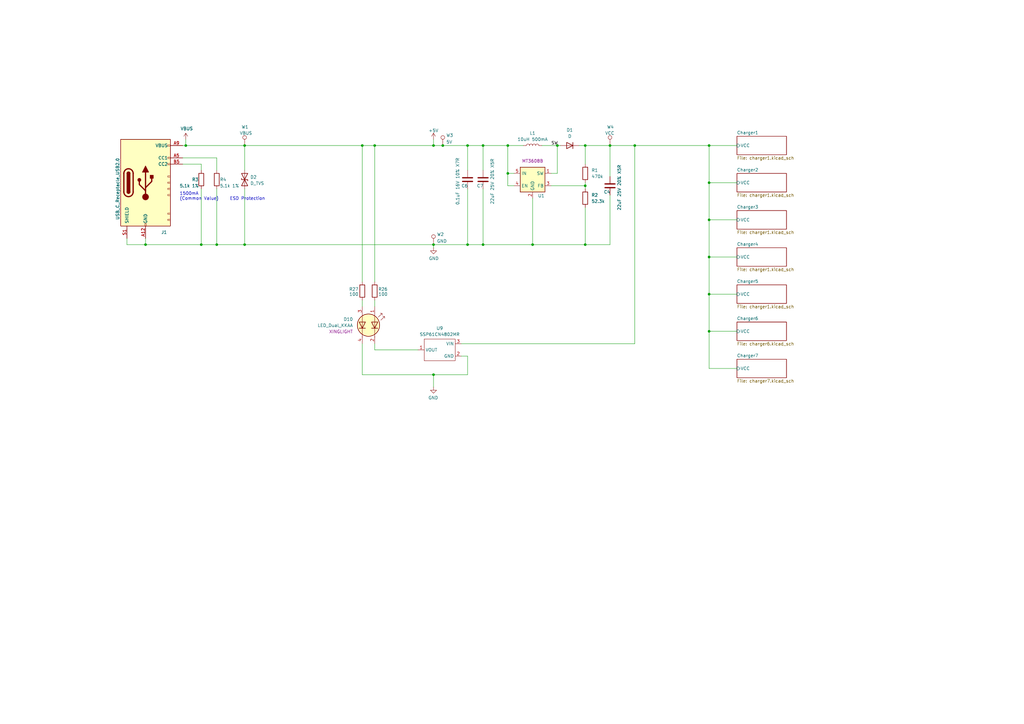
<source format=kicad_sch>
(kicad_sch (version 20250114) (generator "eeschema") (generator_version "9.0")
  (paper "A3")
  (lib_symbols
    (symbol "Device:C" (pin_numbers (hide yes)) (pin_names (offset 0.254))
      (property "Reference" "C" (at 0.635 2.54 0))
      (property "Value" "C" (at 0.635 -2.54 0))
      (symbol "C_0_1"
        (polyline (pts (xy -2.032 0.762) (xy 2.032 0.762)) (stroke (width 0.508)))
        (polyline (pts (xy -2.032 -0.762) (xy 2.032 -0.762)) (stroke (width 0.508)))
      )
      (symbol "C_1_1"
        (pin passive line (at 0 3.81 270) (length 2.794) (name "~") (number "1"))
        (pin passive line (at 0 -3.81 90) (length 2.794) (name "~") (number "2"))
      )
    )
    (symbol "Device:D" (pin_numbers (hide yes)) (pin_names (offset 1.016) (hide yes))
      (property "Reference" "D" (at 0 2.54 0))
      (property "Value" "D" (at 0 -2.54 0))
      (symbol "D_0_1"
        (polyline (pts (xy -1.27 1.27) (xy -1.27 -1.27)) (stroke (width 0.254)))
        (polyline (pts (xy 1.27 1.27) (xy 1.27 -1.27) (xy -1.27 0) (xy 1.27 1.27)) (stroke (width 0.254)))
        (polyline (pts (xy 1.27 0) (xy -1.27 0)))
      )
      (symbol "D_1_1"
        (pin passive line (at -3.81 0 0) (length 2.54) (name "K") (number "1"))
        (pin passive line (at 3.81 0 180) (length 2.54) (name "A") (number "2"))
      )
    )
    (symbol "Device:D_TVS" (pin_numbers (hide yes)) (pin_names (offset 1.016) (hide yes))
      (property "Reference" "D" (at 0 2.54 0))
      (property "Value" "D_TVS" (at 0 -2.54 0))
      (symbol "D_TVS_0_1"
        (polyline (pts (xy -2.54 1.27) (xy -2.54 -1.27) (xy 2.54 1.27) (xy 2.54 -1.27) (xy -2.54 1.27)) (stroke (width 0.254)))
        (polyline (pts (xy 0.508 1.27) (xy 0 1.27) (xy 0 -1.27) (xy -0.508 -1.27)) (stroke (width 0.254)))
        (polyline (pts (xy 1.27 0) (xy -1.27 0)))
      )
      (symbol "D_TVS_1_1"
        (pin passive line (at -3.81 0 0) (length 2.54) (name "A1") (number "1"))
        (pin passive line (at 3.81 0 180) (length 2.54) (name "A2") (number "2"))
      )
    )
    (symbol "Device:L" (pin_numbers (hide yes)) (pin_names (offset 1.016) (hide yes))
      (property "Reference" "L" (at -1.27 0 90))
      (property "Value" "L" (at 1.905 0 90))
      (symbol "L_0_1"
        (arc (start 0 2.54) (mid 0.6323 1.905) (end 0 1.27))
        (arc (start 0 1.27) (mid 0.6323 0.635) (end 0 0))
        (arc (start 0 0) (mid 0.6323 -0.635) (end 0 -1.27))
        (arc (start 0 -1.27) (mid 0.6323 -1.905) (end 0 -2.54))
      )
      (symbol "L_1_1"
        (pin passive line (at 0 3.81 270) (length 1.27) (name "1") (number "1"))
        (pin passive line (at 0 -3.81 90) (length 1.27) (name "2") (number "2"))
      )
    )
    (symbol "Device:R" (pin_numbers (hide yes)) (pin_names (offset 0))
      (property "Reference" "R" (at 2.032 0 90))
      (property "Value" "R" (at 0 0 90))
      (symbol "R_0_1"
        (rectangle (start -1.016 -2.54) (end 1.016 2.54) (stroke (width 0.254)))
      )
      (symbol "R_1_1"
        (pin passive line (at 0 3.81 270) (length 1.27) (name "~") (number "1"))
        (pin passive line (at 0 -3.81 90) (length 1.27) (name "~") (number "2"))
      )
    )
    (symbol "Pixels-dice:LED_Dual_KKAA" (pin_names (offset 0) (hide yes))
      (property "Reference" "D" (at 0 5.715 0))
      (property "Value" "LED_Dual_KKAA" (at 0 -6.35 0))
      (symbol "LED_Dual_KKAA_0_1"
        (polyline (pts (xy -5.08 2.54) (xy 2.032 2.54)))
        (polyline (pts (xy -5.08 -2.54) (xy 2.032 -2.54)))
        (polyline (pts (xy -1.27 3.81) (xy -1.27 1.27)) (stroke (width 0.254)))
        (polyline (pts (xy -1.27 -1.27) (xy -1.27 -3.81)) (stroke (width 0.254)))
        (circle (center 0 0) (radius 4.572) (stroke (width 0.254)) (fill (type background)))
        (polyline (pts (xy 1.27 3.81) (xy 1.27 1.27) (xy -1.27 2.54) (xy 1.27 3.81)) (stroke (width 0.254)))
        (polyline (pts (xy 1.27 -1.27) (xy 1.27 -3.81) (xy -1.27 -2.54) (xy 1.27 -1.27)) (stroke (width 0.254)))
        (polyline (pts (xy 2.032 5.08) (xy 3.556 6.604) (xy 2.794 6.604) (xy 3.556 6.604) (xy 3.556 5.842)))
        (polyline (pts (xy 3.302 4.064) (xy 4.826 5.588) (xy 4.064 5.588) (xy 4.826 5.588) (xy 4.826 4.826)))
        (polyline (pts (xy 3.81 2.54) (xy 1.905 2.54)))
        (polyline (pts (xy 3.81 -2.54) (xy 1.905 -2.54)))
      )
      (symbol "LED_Dual_KKAA_1_1"
        (pin input line (at -7.62 2.54 0) (length 3.048) (name "K1") (number "2"))
        (pin input line (at -7.62 -2.54 0) (length 3.048) (name "K2") (number "4"))
        (pin input line (at 7.62 2.54 180) (length 3.81) (name "A1") (number "1"))
        (pin input line (at 7.62 -2.54 180) (length 3.81) (name "A2") (number "3"))
      )
    )
    (symbol "Pixels-dice:SSP61CN4802MR"
      (property "Reference" "U" (at 0 -5.842 0))
      (property "Value" "SSP61CN4802MR" (at 0 0 0))
      (symbol "SSP61CN4802MR_0_1"
        (rectangle (start -6.35 4.445) (end 6.35 -4.445))
      )
      (symbol "SSP61CN4802MR_1_1"
        (pin power_in line (at -8.89 2.54 0) (length 2.54) (name "VIN") (number "3"))
        (pin power_in line (at -8.89 -2.54 0) (length 2.54) (name "GND") (number "2"))
        (pin output line (at 8.89 0 180) (length 2.54) (name "VOUT") (number "1"))
      )
    )
    (symbol "Pixels-dice:TEST_1P-conn" (pin_numbers (hide yes)) (pin_names (offset 0.762) (hide yes))
      (property "Reference" "W" (at 0 6.858 0))
      (property "Value" "TEST_1P-conn" (at 0 5.08 0))
      (symbol "TEST_1P-conn_0_1"
        (circle (center 0 3.302) (radius 0.762))
      )
      (symbol "TEST_1P-conn_1_1"
        (pin passive line (at 0 0 90) (length 2.54) (name "1") (number "1"))
      )
    )
    (symbol "Pixels-dice:USB_C_Receptacle_USB2.0" (pin_names (offset 1.016))
      (property "Reference" "J" (at -10.16 19.05 0))
      (property "Value" "USB_C_Receptacle_USB2.0" (at 19.05 19.05 0))
      (symbol "USB_C_Receptacle_USB2.0_0_0"
        (rectangle (start -0.254 -17.78) (end 0.254 -16.764))
        (rectangle (start 10.16 15.494) (end 9.144 14.986))
        (rectangle (start 10.16 10.414) (end 9.144 9.906))
        (rectangle (start 10.16 7.874) (end 9.144 7.366))
        (rectangle (start 10.16 2.794) (end 9.144 2.286))
        (rectangle (start 10.16 0.254) (end 9.144 -0.254))
        (rectangle (start 10.16 -2.286) (end 9.144 -2.794))
        (rectangle (start 10.16 -4.826) (end 9.144 -5.334))
        (rectangle (start 10.16 -12.446) (end 9.144 -12.954))
        (rectangle (start 10.16 -14.986) (end 9.144 -15.494))
      )
      (symbol "USB_C_Receptacle_USB2.0_0_1"
        (rectangle (start -10.16 17.78) (end 10.16 -17.78) (stroke (width 0.254)) (fill (type background)))
        (polyline (pts (xy -8.89 -3.81) (xy -8.89 3.81)) (stroke (width 0.508)))
        (rectangle (start -7.62 -3.81) (end -6.35 3.81) (stroke (width 0.254)) (fill (type outline)))
        (arc (start -7.62 3.81) (mid -6.985 4.4422) (end -6.35 3.81) (stroke (width 0.254)))
        (arc (start -7.62 3.81) (mid -6.985 4.4422) (end -6.35 3.81) (stroke (width 0.254)) (fill (type outline)))
        (arc (start -8.89 3.81) (mid -6.985 5.7066) (end -5.08 3.81) (stroke (width 0.508)))
        (arc (start -5.08 -3.81) (mid -6.985 -5.7066) (end -8.89 -3.81) (stroke (width 0.508)))
        (arc (start -6.35 -3.81) (mid -6.985 -4.4422) (end -7.62 -3.81) (stroke (width 0.254)))
        (arc (start -6.35 -3.81) (mid -6.985 -4.4422) (end -7.62 -3.81) (stroke (width 0.254)) (fill (type outline)))
        (polyline (pts (xy -5.08 3.81) (xy -5.08 -3.81)) (stroke (width 0.508)))
        (circle (center -2.54 1.143) (radius 0.635) (stroke (width 0.254)) (fill (type outline)))
        (polyline (pts (xy -1.27 4.318) (xy 0 6.858) (xy 1.27 4.318) (xy -1.27 4.318)) (stroke (width 0.254)) (fill (type outline)))
        (polyline (pts (xy 0 -2.032) (xy 2.54 0.508) (xy 2.54 1.778)) (stroke (width 0.508)))
        (polyline (pts (xy 0 -3.302) (xy -2.54 -0.762) (xy -2.54 0.508)) (stroke (width 0.508)))
        (polyline (pts (xy 0 -5.842) (xy 0 4.318)) (stroke (width 0.508)))
        (circle (center 0 -5.842) (radius 1.27) (fill (type outline)))
        (rectangle (start 1.905 1.778) (end 3.175 3.048) (stroke (width 0.254)) (fill (type outline)))
      )
      (symbol "USB_C_Receptacle_USB2.0_1_1"
        (pin passive line (at -7.62 -22.86 90) (length 5.08) (name "SHIELD") (number "S1"))
        (pin passive line (at 0 -22.86 90) (length 5.08) (name "GND") (number "A12"))
        (pin passive line (at 0 -22.86 90) (length 5.08) (hide yes) (name "GND") (number "B12"))
        (pin passive line (at 15.24 15.24 180) (length 5.08) (name "VBUS") (number "A9"))
        (pin passive line (at 15.24 15.24 180) (length 5.08) (hide yes) (name "VBUS") (number "B9"))
        (pin bidirectional line (at 15.24 10.16 180) (length 5.08) (name "CC1") (number "A5"))
        (pin bidirectional line (at 15.24 7.62 180) (length 5.08) (name "CC2") (number "B5"))
      )
    )
    (symbol "Regulator_Switching:MT3608"
      (property "Reference" "U" (at -2.54 8.89 0))
      (property "Value" "MT3608" (at -3.81 6.35 0))
      (symbol "MT3608_0_1"
        (rectangle (start -5.08 5.08) (end 5.08 -5.08) (stroke (width 0.254)) (fill (type background)))
      )
      (symbol "MT3608_1_1"
        (pin power_in line (at -7.62 2.54 0) (length 2.54) (name "IN") (number "5"))
        (pin input line (at -7.62 -2.54 0) (length 2.54) (name "EN") (number "4"))
        (pin power_in line (at 0 -7.62 90) (length 2.54) (name "GND") (number "2"))
        (pin no_connect line (at 5.08 0 180) (length 2.54) (hide yes) (name "NC") (number "6"))
        (pin passive line (at 7.62 2.54 180) (length 2.54) (name "SW") (number "1"))
        (pin input line (at 7.62 -2.54 180) (length 2.54) (name "FB") (number "3"))
      )
    )
    (symbol "power:+5V" (power) (pin_names (offset 0))
      (property "Value" "+5V" (at 0 3.556 0))
      (symbol "+5V_0_1"
        (polyline (pts (xy -0.762 1.27) (xy 0 2.54)))
        (polyline (pts (xy 0 2.54) (xy 0.762 1.27)))
        (polyline (pts (xy 0 0) (xy 0 2.54)))
      )
      (symbol "+5V_1_1"
        (pin power_in line (at 0 0 90) (length 0) (hide yes) (name "+5V") (number "1"))
      )
    )
    (symbol "power:GND" (power) (pin_names (offset 0))
      (property "Value" "GND" (at 0 -3.81 0))
      (symbol "GND_0_1"
        (polyline (pts (xy 0 0) (xy 0 -1.27) (xy 1.27 -1.27) (xy 0 -2.54) (xy -1.27 -1.27) (xy 0 -1.27)))
      )
      (symbol "GND_1_1"
        (pin power_in line (at 0 0 270) (length 0) (hide yes) (name "GND") (number "1"))
      )
    )
    (symbol "power:VBUS" (power) (pin_names (offset 0))
      (property "Value" "VBUS" (at 0 3.81 0))
      (symbol "VBUS_0_1"
        (polyline (pts (xy -0.762 1.27) (xy 0 2.54)))
        (polyline (pts (xy 0 2.54) (xy 0.762 1.27)))
        (polyline (pts (xy 0 0) (xy 0 2.54)))
      )
      (symbol "VBUS_1_1"
        (pin power_in line (at 0 0 90) (length 0) (hide yes) (name "VBUS") (number "1"))
      )
    )
  )
  (text "1500mA\n(Common Value)" (at 73.66 82.296 0) (effects (font (size 1.27 1.27)) (justify left bottom)))
  (text "ESD Protection" (at 94.234 82.296 0) (effects (font (size 1.27 1.27)) (justify left bottom)))
  (junction (at 290.83 59.69))
  (junction (at 100.33 59.69))
  (junction (at 177.8 153.67))
  (junction (at 290.83 135.89))
  (junction (at 82.55 100.33))
  (junction (at 88.9 100.33))
  (junction (at 290.83 74.93))
  (junction (at 228.6 59.69))
  (junction (at 260.35 59.69))
  (junction (at 290.83 90.17))
  (junction (at 240.03 59.69))
  (junction (at 290.83 105.41))
  (junction (at 153.67 59.69))
  (junction (at 148.59 59.69))
  (junction (at 240.03 100.33))
  (junction (at 181.61 59.69))
  (junction (at 100.33 100.33))
  (junction (at 76.2 59.69))
  (junction (at 208.28 71.12))
  (junction (at 290.83 120.65))
  (junction (at 208.28 59.69))
  (junction (at 177.8 59.69))
  (junction (at 198.12 100.33))
  (junction (at 191.77 100.33))
  (junction (at 240.03 76.2))
  (junction (at 218.44 100.33))
  (junction (at 191.77 59.69))
  (junction (at 198.12 59.69))
  (junction (at 177.8 100.33))
  (junction (at 250.19 59.69))
  (junction (at 59.69 100.33))
  (wire (pts (xy 88.9 100.33) (xy 100.33 100.33)))
  (wire (pts (xy 191.77 77.47) (xy 191.77 100.33)))
  (wire (pts (xy 226.06 71.12) (xy 228.6 71.12)))
  (wire (pts (xy 228.6 59.69) (xy 229.87 59.69)))
  (wire (pts (xy 260.35 59.69) (xy 260.35 140.97)))
  (wire (pts (xy 208.28 59.69) (xy 208.28 71.12)))
  (wire (pts (xy 153.67 143.51) (xy 171.45 143.51)))
  (wire (pts (xy 290.83 90.17) (xy 302.26 90.17)))
  (wire (pts (xy 153.67 140.97) (xy 153.67 143.51)))
  (wire (pts (xy 240.03 59.69) (xy 250.19 59.69)))
  (wire (pts (xy 290.83 74.93) (xy 290.83 90.17)))
  (wire (pts (xy 210.82 76.2) (xy 208.28 76.2)))
  (wire (pts (xy 76.2 57.15) (xy 76.2 59.69)))
  (wire (pts (xy 148.59 140.97) (xy 148.59 153.67)))
  (wire (pts (xy 237.49 59.69) (xy 240.03 59.69)))
  (wire (pts (xy 59.69 97.79) (xy 59.69 100.33)))
  (wire (pts (xy 226.06 76.2) (xy 240.03 76.2)))
  (wire (pts (xy 290.83 135.89) (xy 302.26 135.89)))
  (wire (pts (xy 191.77 69.85) (xy 191.77 59.69)))
  (wire (pts (xy 88.9 77.47) (xy 88.9 100.33)))
  (wire (pts (xy 177.8 153.67) (xy 148.59 153.67)))
  (wire (pts (xy 290.83 90.17) (xy 290.83 105.41)))
  (wire (pts (xy 52.07 97.79) (xy 52.07 100.33)))
  (wire (pts (xy 198.12 59.69) (xy 208.28 59.69)))
  (wire (pts (xy 214.63 59.69) (xy 208.28 59.69)))
  (wire (pts (xy 222.25 59.69) (xy 228.6 59.69)))
  (wire (pts (xy 208.28 71.12) (xy 210.82 71.12)))
  (wire (pts (xy 228.6 71.12) (xy 228.6 59.69)))
  (wire (pts (xy 198.12 77.47) (xy 198.12 100.33)))
  (wire (pts (xy 88.9 64.77) (xy 88.9 69.85)))
  (wire (pts (xy 290.83 151.13) (xy 302.26 151.13)))
  (wire (pts (xy 290.83 59.69) (xy 290.83 74.93)))
  (wire (pts (xy 250.19 59.69) (xy 250.19 72.39)))
  (wire (pts (xy 260.35 59.69) (xy 290.83 59.69)))
  (wire (pts (xy 148.59 59.69) (xy 153.67 59.69)))
  (wire (pts (xy 198.12 100.33) (xy 218.44 100.33)))
  (wire (pts (xy 189.23 146.05) (xy 191.77 146.05)))
  (wire (pts (xy 191.77 59.69) (xy 198.12 59.69)))
  (wire (pts (xy 181.61 59.69) (xy 191.77 59.69)))
  (wire (pts (xy 290.83 120.65) (xy 290.83 135.89)))
  (wire (pts (xy 250.19 100.33) (xy 250.19 80.01)))
  (wire (pts (xy 240.03 100.33) (xy 250.19 100.33)))
  (wire (pts (xy 100.33 100.33) (xy 177.8 100.33)))
  (wire (pts (xy 191.77 153.67) (xy 177.8 153.67)))
  (wire (pts (xy 290.83 105.41) (xy 290.83 120.65)))
  (wire (pts (xy 240.03 100.33) (xy 240.03 85.09)))
  (wire (pts (xy 290.83 74.93) (xy 302.26 74.93)))
  (wire (pts (xy 74.93 59.69) (xy 76.2 59.69)))
  (wire (pts (xy 191.77 146.05) (xy 191.77 153.67)))
  (wire (pts (xy 74.93 64.77) (xy 88.9 64.77)))
  (wire (pts (xy 198.12 59.69) (xy 198.12 69.85)))
  (wire (pts (xy 82.55 67.31) (xy 82.55 69.85)))
  (wire (pts (xy 153.67 59.69) (xy 153.67 115.57)))
  (wire (pts (xy 59.69 100.33) (xy 82.55 100.33)))
  (wire (pts (xy 153.67 59.69) (xy 177.8 59.69)))
  (wire (pts (xy 290.83 120.65) (xy 302.26 120.65)))
  (wire (pts (xy 82.55 100.33) (xy 88.9 100.33)))
  (wire (pts (xy 52.07 100.33) (xy 59.69 100.33)))
  (wire (pts (xy 240.03 76.2) (xy 240.03 77.47)))
  (wire (pts (xy 82.55 77.47) (xy 82.55 100.33)))
  (wire (pts (xy 100.33 59.69) (xy 148.59 59.69)))
  (wire (pts (xy 218.44 100.33) (xy 240.03 100.33)))
  (wire (pts (xy 290.83 59.69) (xy 302.26 59.69)))
  (wire (pts (xy 177.8 100.33) (xy 177.8 101.6)))
  (wire (pts (xy 177.8 57.15) (xy 177.8 59.69)))
  (wire (pts (xy 76.2 59.69) (xy 100.33 59.69)))
  (wire (pts (xy 74.93 67.31) (xy 82.55 67.31)))
  (wire (pts (xy 177.8 158.75) (xy 177.8 153.67)))
  (wire (pts (xy 208.28 76.2) (xy 208.28 71.12)))
  (wire (pts (xy 290.83 105.41) (xy 302.26 105.41)))
  (wire (pts (xy 153.67 123.19) (xy 153.67 125.73)))
  (wire (pts (xy 250.19 59.69) (xy 260.35 59.69)))
  (wire (pts (xy 177.8 100.33) (xy 191.77 100.33)))
  (wire (pts (xy 240.03 76.2) (xy 240.03 74.93)))
  (wire (pts (xy 148.59 123.19) (xy 148.59 125.73)))
  (wire (pts (xy 189.23 140.97) (xy 260.35 140.97)))
  (wire (pts (xy 177.8 59.69) (xy 181.61 59.69)))
  (wire (pts (xy 290.83 135.89) (xy 290.83 151.13)))
  (wire (pts (xy 218.44 100.33) (xy 218.44 81.28)))
  (wire (pts (xy 100.33 77.47) (xy 100.33 100.33)))
  (wire (pts (xy 148.59 59.69) (xy 148.59 115.57)))
  (wire (pts (xy 100.33 59.69) (xy 100.33 69.85)))
  (wire (pts (xy 191.77 100.33) (xy 198.12 100.33)))
  (wire (pts (xy 240.03 59.69) (xy 240.03 67.31)))
  (label "SW" (at 226.06 59.69 0))
  (symbol (lib_id "Device:R") (at 88.9 73.66 180) (unit 1)
    (property "Reference" "R4" (at 90.17 73.66 0) (effects (justify right)))
    (property "Value" "5.1k 1%" (at 90.17 76.2 0) (effects (justify right)))
    (property "Footprint" "Resistor_SMD:R_0402_1005Metric" (effects (hide yes)))
    (property "Part Number" "0402WGF5101TCE" (effects (hide yes)))
    (property "Manufacturer" "UNI-ROYAL(Uniroyal Elec)" (effects (hide yes)))
    (property "Pixels Part Number" "SMD-R101" (effects (hide yes)))
    (property "LCSC Part #" "C25905" (effects (hide yes)))
  )
  (symbol (lib_id "Pixels-dice:TEST_1P-conn") (at 250.19 59.69 0) (unit 1)
    (property "Reference" "W4" (at 248.92 52.07 0) (effects (justify left)))
    (property "Value" "VCC" (at 248.158 54.61 0) (effects (justify left)))
    (property "Footprint" "Pixels-dice:TestPoint_1.5x1.5_Drill0.9mm" (effects (hide yes)))
  )
  (symbol (lib_id "Pixels-dice:TEST_1P-conn") (at 181.61 59.69 0) (unit 1)
    (property "Reference" "W3" (at 183.007 55.4795 0) (effects (justify left)))
    (property "Value" "5V" (at 183.007 58.2546 0) (effects (justify left)))
    (property "Footprint" "Pixels-dice:TestPoint_1.5x1.5_Drill0.9mm" (effects (hide yes)))
  )
  (symbol (lib_id "Device:L") (at 218.44 59.69 90) (unit 1)
    (property "Reference" "L1" (at 218.44 54.61 90))
    (property "Value" "10uH 500mA" (at 218.44 57.15 90))
    (property "Footprint" "Inductor_SMD:L_Wuerth_HCM-7050" (effects (hide yes)))
    (property "Description" "Inductor" (effects (hide yes)))
    (property "Manufacturer" "Ruishen" (effects (hide yes)))
    (property "Part Number" "RS0650-100MS" (effects (hide yes)))
    (property "Alternate Part Number" "YT0650H-100M" (effects (hide yes)))
    (property "LCSC Part #" "C32712977" (effects (hide yes)))
  )
  (symbol (lib_id "Regulator_Switching:MT3608") (at 218.44 73.66 0) (unit 1)
    (property "Reference" "U1" (at 221.996 80.264 0))
    (property "Value" "MT3608B" (effects (hide yes)))
    (property "Footprint" "Package_TO_SOT_SMD:SOT-23-6" (effects (hide yes)))
    (property "Datasheet" "https://www.olimex.com/Products/Breadboarding/BB-PWR-3608/resources/MT3608.pdf" (effects (hide yes)))
    (property "Description" "High Efficiency 1.2MHz 2A Step Up Converter, 2-24V Vin, 28V Vout, 4A current limit, 1.2MHz, SOT23-6" (effects (hide yes)))
    (property "Manufacturer" "XI'AN Aerosemi Tech" (effects (hide yes)))
    (property "Part Number" "MT3608B" (at 218.44 66.04 0))
    (property "LCSC Part #" "C19189893" (effects (hide yes)))
  )
  (symbol (lib_id "Device:R") (at 240.03 71.12 0) (unit 1)
    (property "Reference" "R1" (at 242.57 69.8499 0) (effects (justify left)))
    (property "Value" "470k" (at 242.57 72.3899 0) (effects (justify left)))
    (property "Footprint" "Resistor_SMD:R_0402_1005Metric" (effects (hide yes)))
    (property "Description" "Resistor" (effects (hide yes)))
    (property "Manufacturer" "UNI-ROYAL(Uniroyal Elec)" (effects (hide yes)))
    (property "Part Number" "0402WGF4703TCE" (effects (hide yes)))
    (property "LCSC Part #" "C25790" (effects (hide yes)))
  )
  (symbol (lib_id "Pixels-dice:TEST_1P-conn") (at 177.8 100.33 0) (unit 1)
    (property "Reference" "W2" (at 179.197 96.1195 0) (effects (justify left)))
    (property "Value" "GND" (at 179.197 98.8946 0) (effects (justify left)))
    (property "Footprint" "Pixels-dice:TestPoint_1.5x1.5_Drill0.9mm" (effects (hide yes)))
  )
  (symbol (lib_id "Device:D_TVS") (at 100.33 73.66 270) (unit 1)
    (property "Reference" "D2" (at 102.616 72.644 90) (effects (justify left)))
    (property "Value" "D_TVS" (at 102.616 75.184 90) (effects (justify left)))
    (property "Footprint" "Pixels-dice:DFN" (effects (hide yes)))
    (property "Manufacturer" "Murata" (effects (hide yes)))
    (property "Part Number" "LXES1UTAA1-157" (effects (hide yes)))
    (property "Alternate Manufacturer" "Cnnpchip品牌 " (effects (hide yes)))
    (property "Alternate Part Number" "LXES1UTAA1-157" (effects (hide yes)))
    (property "LCSC Part #" "C5210979" (effects (hide yes)))
  )
  (symbol (lib_id "Pixels-dice:USB_C_Receptacle_USB2.0") (at 59.69 74.93 0) (unit 1)
    (property "Reference" "J1" (at 67.31 95.25 0))
    (property "Value" "USB_C_Receptacle_USB2.0" (at 48.26 77.47 90))
    (property "Footprint" "Pixels-dice:USB-C-SMD_10P-P1.00-L6.8-W8.9" (effects (hide yes)))
    (property "Datasheet" "https://www.usb.org/sites/default/files/documents/usb_type-c.zip" (effects (hide yes)))
    (property "Part Number" "TYPE-C-31-M-17" (effects (hide yes)))
    (property "Manufacturer" "Korean Hroparts Elec" (effects (hide yes)))
    (property "Pixels Part Number" "SMD-J108" (effects (hide yes)))
    (property "Alternate Manufacturer" "Yusheng" (effects (hide yes)))
    (property "Alternate Part Number" "A-TPCB0602-00RB" (effects (hide yes)))
    (property "LCSC Part #" "C283540" (effects (hide yes)))
  )
  (symbol (lib_id "power:GND") (at 177.8 101.6 0) (unit 1)
    (property "Reference" "#PWR03" (effects (hide yes)))
    (property "Value" "GND" (at 177.927 105.9942 0))
  )
  (symbol (lib_id "Device:R") (at 240.03 81.28 0) (unit 1)
    (property "Reference" "R2" (at 242.57 80.0099 0) (effects (justify left)))
    (property "Value" "52.3k" (at 242.57 82.5499 0) (effects (justify left)))
    (property "Footprint" "Resistor_SMD:R_0402_1005Metric" (effects (hide yes)))
    (property "Description" "Resistor" (effects (hide yes)))
    (property "Manufacturer" "UNI-ROYAL(Uniroyal Elec)" (effects (hide yes)))
    (property "Part Number" "0402WGF5232TCE" (effects (hide yes)))
    (property "LCSC Part #" "C26982" (effects (hide yes)))
  )
  (symbol (lib_id "Pixels-dice:SSP61CN4802MR") (at 180.34 143.51 0) (mirror y) (unit 1)
    (property "Reference" "U9" (at 180.34 134.62 0))
    (property "Value" "SSP61CN4802MR" (at 180.34 137.16 0))
    (property "Footprint" "Package_TO_SOT_SMD:SOT-23" (effects (hide yes)))
    (property "Manufacturer" "UMW(Youtai Semiconductor Co., Ltd.)" (effects (hide yes)))
    (property "Part Number" "HT7050S" (effects (hide yes)))
    (property "LCSC Part #" "C2842953" (effects (hide yes)))
  )
  (symbol (lib_id "power:+5V") (at 177.8 57.15 0) (unit 1)
    (property "Reference" "#PWR02" (effects (hide yes)))
    (property "Value" "+5V" (at 177.8 53.5455 0))
  )
  (symbol (lib_id "Device:C") (at 250.19 76.2 0) (unit 1)
    (property "Reference" "C4" (at 247.65 78.74 0) (effects (justify left)))
    (property "Value" "22uF 25V 20% X5R" (at 254 86.36 90) (effects (justify left)))
    (property "Footprint" "Capacitor_SMD:C_0805_2012Metric" (effects (hide yes)))
    (property "Part Number" "GRM21BR61E226ME44L" (effects (hide yes)))
    (property "Manufacturer" "Murata" (effects (hide yes)))
    (property "LCSC Part #" "C86816" (effects (hide yes)))
  )
  (symbol (lib_id "Device:C") (at 198.12 73.66 0) (unit 1)
    (property "Reference" "C7" (at 195.58 76.2 0) (effects (justify left)))
    (property "Value" "22uF 25V 20% X5R" (at 201.93 83.82 90) (effects (justify left)))
    (property "Footprint" "Capacitor_SMD:C_0805_2012Metric" (effects (hide yes)))
    (property "Part Number" "GRM21BR61E226ME44L" (effects (hide yes)))
    (property "Manufacturer" "Murata" (effects (hide yes)))
    (property "LCSC Part #" "C86816" (effects (hide yes)))
  )
  (symbol (lib_id "Pixels-dice:TEST_1P-conn") (at 100.33 59.69 0) (unit 1)
    (property "Reference" "W1" (at 99.06 52.07 0) (effects (justify left)))
    (property "Value" "VBUS" (at 98.298 54.61 0) (effects (justify left)))
    (property "Footprint" "Pixels-dice:TestPoint_1.5x1.5_Drill0.9mm" (effects (hide yes)))
  )
  (symbol (lib_id "Device:C") (at 191.77 73.66 0) (unit 1)
    (property "Reference" "C6" (at 189.23 76.2 0) (effects (justify left)))
    (property "Value" "0.1uF 16V 10% X7R" (at 187.706 84.074 90) (effects (justify left)))
    (property "Footprint" "Capacitor_SMD:C_0603_1608Metric" (effects (hide yes)))
    (property "Part Number" "CL10B104KO8NNNC" (effects (hide yes)))
    (property "Manufacturer" "Samsung Electro-Mechanics" (effects (hide yes)))
    (property "LCSC Part #" "C66501" (effects (hide yes)))
  )
  (symbol (lib_id "Pixels-dice:LED_Dual_KKAA") (at 151.13 133.35 270) (mirror x) (unit 1)
    (property "Reference" "D10" (at 144.78 130.9369 90) (effects (justify right)))
    (property "Value" "LED_Dual_KKAA" (at 144.78 133.4769 90) (effects (justify right)))
    (property "Footprint" "Pixels-dice:XL-3210SURUGC" (effects (hide yes)))
    (property "Description" "Dual LED, cathodes on pins 1 and 3" (effects (hide yes)))
    (property "Manufacturer" "XINGLIGHT" (at 144.78 136.0169 90) (effects (justify right)))
    (property "Part Number" "XL-3210SURUGC" (effects (hide yes)))
    (property "LCSC Part #" "C965883" (effects (hide yes)))
  )
  (symbol (lib_id "Device:R") (at 148.59 119.38 0) (mirror x) (unit 1)
    (property "Reference" "R27" (at 147.066 118.618 0) (effects (justify right)))
    (property "Value" "100" (at 147.066 120.65 0) (effects (justify right)))
    (property "Footprint" "Resistor_SMD:R_0402_1005Metric" (effects (hide yes)))
    (property "Part Number" "0402WGF1000TCE" (effects (hide yes)))
    (property "Manufacturer" "UNI-ROYAL(Uniroyal Elec)" (effects (hide yes)))
    (property "LCSC Part #" "C25076" (effects (hide yes)))
  )
  (symbol (lib_id "Device:R") (at 82.55 73.66 180) (unit 1)
    (property "Reference" "R3" (at 78.74 73.66 0) (effects (justify right)))
    (property "Value" "5.1k 1%" (at 73.66 76.2 0) (effects (justify right)))
    (property "Footprint" "Resistor_SMD:R_0402_1005Metric" (effects (hide yes)))
    (property "Part Number" "0402WGF5101TCE" (effects (hide yes)))
    (property "Manufacturer" "UNI-ROYAL(Uniroyal Elec)" (effects (hide yes)))
    (property "Pixels Part Number" "SMD-R101" (effects (hide yes)))
    (property "LCSC Part #" "C25905" (effects (hide yes)))
  )
  (symbol (lib_id "Device:R") (at 153.67 119.38 0) (mirror x) (unit 1)
    (property "Reference" "R26" (at 159.004 118.618 0) (effects (justify right)))
    (property "Value" "100" (at 159.004 120.65 0) (effects (justify right)))
    (property "Footprint" "Resistor_SMD:R_0402_1005Metric" (effects (hide yes)))
    (property "Part Number" "0402WGF1000TCE" (effects (hide yes)))
    (property "Manufacturer" "UNI-ROYAL(Uniroyal Elec)" (effects (hide yes)))
    (property "LCSC Part #" "C25076" (effects (hide yes)))
  )
  (symbol (lib_id "Device:D") (at 233.68 59.69 180) (unit 1)
    (property "Reference" "D1" (at 233.68 53.34 0))
    (property "Value" "D" (at 233.68 55.88 0))
    (property "Footprint" "Pixels-dice:SMAF" (effects (hide yes)))
    (property "Description" "Diode" (effects (hide yes)))
    (property "Sim.Device" "D" (effects (hide yes)))
    (property "Sim.Pins" "1=K 2=A" (effects (hide yes)))
    (property "Manufacturer" "GOODWORK" (effects (hide yes)))
    (property "Part Number" "SS54F" (effects (hide yes)))
    (property "Alternate Manufacturer" "HOTECH品牌 " (effects (hide yes)))
    (property "Alternate Part Number" "SS54F" (effects (hide yes)))
    (property "LCSC Part #" "C908671" (effects (hide yes)))
  )
  (symbol (lib_id "power:GND") (at 177.8 158.75 0) (mirror y) (unit 1)
    (property "Reference" "#PWR04" (effects (hide yes)))
    (property "Value" "GND" (at 177.673 163.1442 0))
  )
  (symbol (lib_id "power:VBUS") (at 76.2 57.15 0) (unit 1)
    (property "Reference" "#PWR01" (effects (hide yes)))
    (property "Value" "VBUS" (at 76.581 52.7558 0))
  )
  (sheet (at 302.26 86.36) (size 20.32 7.62) (stroke (width 0.1524))
    (property "Sheetname" "Charger3" (at 302.26 85.6484 0) (effects (justify left bottom)))
    (property "Sheetfile" "charger1.kicad_sch" (at 302.26 94.5646 0) (effects (justify left top)))
    (pin "VCC" input (at 302.26 90.17 180))
  )
  (sheet (at 302.26 147.32) (size 20.32 7.62) (stroke (width 0.1524))
    (property "Sheetname" "Charger7" (at 302.26 146.6084 0) (effects (justify left bottom)))
    (property "Sheetfile" "charger7.kicad_sch" (at 302.26 155.5246 0) (effects (justify left top)))
    (pin "VCC" input (at 302.26 151.13 180))
  )
  (sheet (at 302.26 55.88) (size 20.32 7.62) (stroke (width 0.1524))
    (property "Sheetname" "Charger1" (at 302.26 55.1684 0) (effects (justify left bottom)))
    (property "Sheetfile" "charger1.kicad_sch" (at 302.26 64.0846 0) (effects (justify left top)))
    (pin "VCC" input (at 302.26 59.69 180))
  )
  (sheet (at 302.26 132.08) (size 20.32 7.62) (stroke (width 0.1524))
    (property "Sheetname" "Charger6" (at 302.26 131.3684 0) (effects (justify left bottom)))
    (property "Sheetfile" "charger6.kicad_sch" (at 302.26 140.2846 0) (effects (justify left top)))
    (pin "VCC" input (at 302.26 135.89 180))
  )
  (sheet (at 302.26 101.6) (size 20.32 7.62) (stroke (width 0.1524))
    (property "Sheetname" "Charger4" (at 302.26 100.8884 0) (effects (justify left bottom)))
    (property "Sheetfile" "charger1.kicad_sch" (at 302.26 109.8046 0) (effects (justify left top)))
    (pin "VCC" input (at 302.26 105.41 180))
  )
  (sheet (at 302.26 71.12) (size 20.32 7.62) (stroke (width 0.1524))
    (property "Sheetname" "Charger2" (at 302.26 70.4084 0) (effects (justify left bottom)))
    (property "Sheetfile" "charger1.kicad_sch" (at 302.26 79.3246 0) (effects (justify left top)))
    (pin "VCC" input (at 302.26 74.93 180))
  )
  (sheet (at 302.26 116.84) (size 20.32 7.62) (stroke (width 0.1524))
    (property "Sheetname" "Charger5" (at 302.26 116.1284 0) (effects (justify left bottom)))
    (property "Sheetfile" "charger1.kicad_sch" (at 302.26 125.0446 0) (effects (justify left top)))
    (pin "VCC" input (at 302.26 120.65 180))
  )
)
</source>
